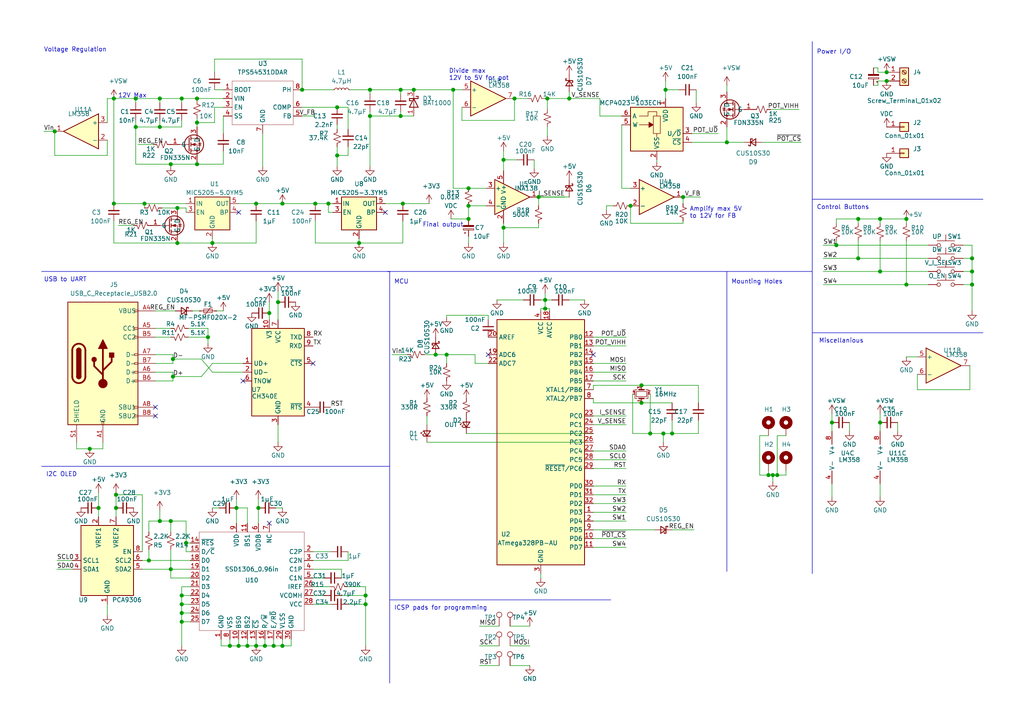
<source format=kicad_sch>
(kicad_sch (version 20200828) (generator eeschema)
  (page 1 1)
  (paper "A4")
  (title_block (title "Benchtop Power Supply") (date "2020-08-29") (rev "0.3") (company "adsehgal") (comment 1 "Aditya Sehgal"))
  (junction (at 15.875 38.1) (diameter 1.016))
  (junction (at 26.035 130.175) (diameter 1.016))
  (junction (at 28.575 147.32) (diameter 1.016))
  (junction (at 33.02 28.575) (diameter 1.016))
  (junction (at 33.02 59.055) (diameter 1.016))
  (junction (at 33.655 143.51) (diameter 1.016))
  (junction (at 33.655 147.32) (diameter 1.016))
  (junction (at 39.37 28.575) (diameter 1.016))
  (junction (at 39.37 36.83) (diameter 1.016))
  (junction (at 41.91 59.055) (diameter 1.016))
  (junction (at 43.18 162.56) (diameter 1.016))
  (junction (at 46.355 28.575) (diameter 1.016))
  (junction (at 46.355 36.83) (diameter 1.016))
  (junction (at 46.355 151.13) (diameter 1.016))
  (junction (at 49.53 47.625) (diameter 1.016))
  (junction (at 49.53 151.13) (diameter 1.016))
  (junction (at 49.53 165.1) (diameter 1.016))
  (junction (at 50.165 104.14) (diameter 1.016))
  (junction (at 50.165 109.22) (diameter 1.016))
  (junction (at 51.435 60.325) (diameter 1.016))
  (junction (at 51.435 70.485) (diameter 1.016))
  (junction (at 52.705 28.575) (diameter 1.016))
  (junction (at 52.705 172.72) (diameter 1.016))
  (junction (at 52.705 175.26) (diameter 1.016))
  (junction (at 52.705 177.8) (diameter 1.016))
  (junction (at 52.705 180.34) (diameter 1.016))
  (junction (at 53.975 157.48) (diameter 1.016))
  (junction (at 57.15 28.575) (diameter 1.016))
  (junction (at 57.15 35.56) (diameter 1.016))
  (junction (at 57.15 47.625) (diameter 1.016))
  (junction (at 60.325 97.79) (diameter 1.016))
  (junction (at 61.595 70.485) (diameter 1.016))
  (junction (at 66.675 187.325) (diameter 1.016))
  (junction (at 68.58 147.32) (diameter 1.016))
  (junction (at 69.215 187.325) (diameter 1.016))
  (junction (at 71.755 187.325) (diameter 1.016))
  (junction (at 74.295 59.055) (diameter 1.016))
  (junction (at 74.295 187.325) (diameter 1.016))
  (junction (at 74.93 147.32) (diameter 1.016))
  (junction (at 76.835 187.325) (diameter 1.016))
  (junction (at 78.105 90.805) (diameter 1.016))
  (junction (at 79.375 187.325) (diameter 1.016))
  (junction (at 80.645 87.63) (diameter 1.016))
  (junction (at 81.915 59.055) (diameter 1.016))
  (junction (at 81.915 187.325) (diameter 1.016))
  (junction (at 87.63 26.035) (diameter 1.016))
  (junction (at 91.44 59.055) (diameter 1.016))
  (junction (at 95.25 59.055) (diameter 1.016))
  (junction (at 97.79 31.115) (diameter 1.016))
  (junction (at 97.79 45.085) (diameter 1.016))
  (junction (at 104.14 70.485) (diameter 1.016))
  (junction (at 106.045 172.72) (diameter 1.016))
  (junction (at 106.045 175.26) (diameter 1.016))
  (junction (at 107.315 26.035) (diameter 1.016))
  (junction (at 107.315 33.655) (diameter 1.016))
  (junction (at 116.205 26.035) (diameter 1.016))
  (junction (at 116.205 33.655) (diameter 1.016))
  (junction (at 116.84 59.055) (diameter 1.016))
  (junction (at 120.015 26.035) (diameter 1.016))
  (junction (at 126.365 102.87) (diameter 1.016))
  (junction (at 129.54 102.87) (diameter 1.016))
  (junction (at 131.445 26.035) (diameter 1.016))
  (junction (at 135.89 54.61) (diameter 1.016))
  (junction (at 135.89 59.69) (diameter 1.016))
  (junction (at 135.89 63.5) (diameter 1.016))
  (junction (at 146.05 46.355) (diameter 1.016))
  (junction (at 146.05 66.04) (diameter 1.016))
  (junction (at 149.225 28.575) (diameter 1.016))
  (junction (at 156.21 57.15) (diameter 1.016))
  (junction (at 158.115 86.995) (diameter 1.016))
  (junction (at 158.115 89.535) (diameter 1.016))
  (junction (at 158.75 28.575) (diameter 1.016))
  (junction (at 165.1 28.575) (diameter 1.016))
  (junction (at 182.88 59.69) (diameter 1.016))
  (junction (at 186.055 111.76) (diameter 1.016))
  (junction (at 186.055 116.84) (diameter 1.016))
  (junction (at 188.595 125.73) (diameter 1.016))
  (junction (at 192.405 125.73) (diameter 1.016))
  (junction (at 193.04 26.035) (diameter 1.016))
  (junction (at 194.945 125.73) (diameter 1.016))
  (junction (at 198.12 57.15) (diameter 1.016))
  (junction (at 210.82 41.275) (diameter 1.016))
  (junction (at 222.885 137.795) (diameter 1.016))
  (junction (at 224.155 137.795) (diameter 1.016))
  (junction (at 225.425 137.795) (diameter 1.016))
  (junction (at 241.3 122.555) (diameter 1.016))
  (junction (at 242.57 71.12) (diameter 1.016))
  (junction (at 248.92 63.5) (diameter 1.016))
  (junction (at 248.92 74.93) (diameter 1.016))
  (junction (at 255.27 63.5) (diameter 1.016))
  (junction (at 255.27 78.74) (diameter 1.016))
  (junction (at 255.27 122.555) (diameter 1.016))
  (junction (at 257.175 20.955) (diameter 1.016))
  (junction (at 257.175 23.495) (diameter 1.016))
  (junction (at 262.89 63.5) (diameter 1.016))
  (junction (at 262.89 82.55) (diameter 1.016))
  (junction (at 281.94 74.93) (diameter 1.016))
  (junction (at 281.94 78.74) (diameter 1.016))
  (junction (at 281.94 82.55) (diameter 1.016))
  (no_connect (at 141.605 102.87))
  (no_connect (at 45.085 120.65))
  (no_connect (at 45.085 118.11))
  (no_connect (at 70.485 110.49))
  (no_connect (at 111.76 61.595))
  (no_connect (at 69.215 61.595))
  (no_connect (at 78.105 151.765))
  (no_connect (at 172.085 102.87))
  (no_connect (at 90.805 105.41))
  (wire (pts (xy 12.7 38.1) (xy 15.875 38.1)))
  (wire (pts (xy 15.875 45.085) (xy 15.875 38.1)))
  (wire (pts (xy 16.51 162.56) (xy 20.955 162.56)))
  (wire (pts (xy 16.51 165.1) (xy 20.955 165.1)))
  (wire (pts (xy 22.225 128.27) (xy 22.225 130.175)))
  (wire (pts (xy 26.035 130.175) (xy 22.225 130.175)))
  (wire (pts (xy 26.035 130.175) (xy 29.845 130.175)))
  (wire (pts (xy 28.575 142.875) (xy 28.575 147.32)))
  (wire (pts (xy 28.575 147.32) (xy 28.575 149.86)))
  (wire (pts (xy 29.845 130.175) (xy 29.845 128.27)))
  (wire (pts (xy 31.115 28.575) (xy 33.02 28.575)))
  (wire (pts (xy 31.115 35.56) (xy 31.115 28.575)))
  (wire (pts (xy 31.115 40.64) (xy 31.115 45.085)))
  (wire (pts (xy 31.115 45.085) (xy 15.875 45.085)))
  (wire (pts (xy 31.115 178.435) (xy 31.115 175.26)))
  (wire (pts (xy 33.02 28.575) (xy 39.37 28.575)))
  (wire (pts (xy 33.02 59.055) (xy 33.02 28.575)))
  (wire (pts (xy 33.02 59.055) (xy 41.91 59.055)))
  (wire (pts (xy 33.02 64.135) (xy 33.02 70.485)))
  (wire (pts (xy 33.02 70.485) (xy 51.435 70.485)))
  (wire (pts (xy 33.655 142.875) (xy 33.655 143.51)))
  (wire (pts (xy 33.655 143.51) (xy 33.655 147.32)))
  (wire (pts (xy 33.655 147.32) (xy 33.655 149.86)))
  (wire (pts (xy 34.29 65.405) (xy 38.735 65.405)))
  (wire (pts (xy 39.37 28.575) (xy 39.37 29.845)))
  (wire (pts (xy 39.37 28.575) (xy 46.355 28.575)))
  (wire (pts (xy 39.37 34.925) (xy 39.37 36.83)))
  (wire (pts (xy 39.37 36.83) (xy 39.37 47.625)))
  (wire (pts (xy 39.37 36.83) (xy 46.355 36.83)))
  (wire (pts (xy 39.37 47.625) (xy 49.53 47.625)))
  (wire (pts (xy 40.005 41.91) (xy 44.45 41.91)))
  (wire (pts (xy 41.275 143.51) (xy 33.655 143.51)))
  (wire (pts (xy 41.275 160.02) (xy 41.275 143.51)))
  (wire (pts (xy 41.275 162.56) (xy 43.18 162.56)))
  (wire (pts (xy 41.275 165.1) (xy 49.53 165.1)))
  (wire (pts (xy 41.91 59.055) (xy 41.91 60.325)))
  (wire (pts (xy 41.91 59.055) (xy 53.975 59.055)))
  (wire (pts (xy 43.18 151.13) (xy 43.18 154.305)))
  (wire (pts (xy 43.18 159.385) (xy 43.18 162.56)))
  (wire (pts (xy 43.18 162.56) (xy 55.245 162.56)))
  (wire (pts (xy 45.085 97.79) (xy 49.53 97.79)))
  (wire (pts (xy 45.085 102.87) (xy 50.165 102.87)))
  (wire (pts (xy 45.085 107.95) (xy 50.165 107.95)))
  (wire (pts (xy 46.355 28.575) (xy 46.355 29.845)))
  (wire (pts (xy 46.355 28.575) (xy 52.705 28.575)))
  (wire (pts (xy 46.355 34.925) (xy 46.355 36.83)))
  (wire (pts (xy 46.355 36.83) (xy 52.705 36.83)))
  (wire (pts (xy 46.355 147.955) (xy 46.355 151.13)))
  (wire (pts (xy 46.355 151.13) (xy 43.18 151.13)))
  (wire (pts (xy 46.99 60.325) (xy 51.435 60.325)))
  (wire (pts (xy 49.53 47.625) (xy 49.53 48.26)))
  (wire (pts (xy 49.53 47.625) (xy 57.15 47.625)))
  (wire (pts (xy 49.53 95.25) (xy 45.085 95.25)))
  (wire (pts (xy 49.53 151.13) (xy 46.355 151.13)))
  (wire (pts (xy 49.53 154.305) (xy 49.53 151.13)))
  (wire (pts (xy 49.53 159.385) (xy 49.53 165.1)))
  (wire (pts (xy 49.53 165.1) (xy 55.245 165.1)))
  (wire (pts (xy 49.53 167.64) (xy 49.53 165.1)))
  (wire (pts (xy 50.165 102.87) (xy 50.165 104.14)))
  (wire (pts (xy 50.165 104.14) (xy 50.165 105.41)))
  (wire (pts (xy 50.165 104.14) (xy 58.42 104.14)))
  (wire (pts (xy 50.165 105.41) (xy 45.085 105.41)))
  (wire (pts (xy 50.165 107.95) (xy 50.165 109.22)))
  (wire (pts (xy 50.165 109.22) (xy 50.165 110.49)))
  (wire (pts (xy 50.165 110.49) (xy 45.085 110.49)))
  (wire (pts (xy 50.8 90.17) (xy 45.085 90.17)))
  (wire (pts (xy 51.435 70.485) (xy 61.595 70.485)))
  (wire (pts (xy 52.705 28.575) (xy 52.705 29.845)))
  (wire (pts (xy 52.705 28.575) (xy 57.15 28.575)))
  (wire (pts (xy 52.705 36.83) (xy 52.705 34.925)))
  (wire (pts (xy 52.705 170.18) (xy 52.705 172.72)))
  (wire (pts (xy 52.705 172.72) (xy 52.705 175.26)))
  (wire (pts (xy 52.705 172.72) (xy 55.245 172.72)))
  (wire (pts (xy 52.705 175.26) (xy 52.705 177.8)))
  (wire (pts (xy 52.705 175.26) (xy 55.245 175.26)))
  (wire (pts (xy 52.705 177.8) (xy 52.705 180.34)))
  (wire (pts (xy 52.705 177.8) (xy 55.245 177.8)))
  (wire (pts (xy 52.705 180.34) (xy 52.705 187.325)))
  (wire (pts (xy 52.705 180.34) (xy 55.245 180.34)))
  (wire (pts (xy 53.975 60.325) (xy 51.435 60.325)))
  (wire (pts (xy 53.975 61.595) (xy 53.975 60.325)))
  (wire (pts (xy 53.975 151.13) (xy 49.53 151.13)))
  (wire (pts (xy 53.975 157.48) (xy 53.975 151.13)))
  (wire (pts (xy 53.975 157.48) (xy 53.975 160.02)))
  (wire (pts (xy 54.61 95.25) (xy 60.325 95.25)))
  (wire (pts (xy 55.245 157.48) (xy 53.975 157.48)))
  (wire (pts (xy 55.245 160.02) (xy 53.975 160.02)))
  (wire (pts (xy 55.245 167.64) (xy 49.53 167.64)))
  (wire (pts (xy 55.245 170.18) (xy 52.705 170.18)))
  (wire (pts (xy 55.88 90.17) (xy 57.785 90.17)))
  (wire (pts (xy 57.15 28.575) (xy 57.15 29.21)))
  (wire (pts (xy 57.15 28.575) (xy 64.77 28.575)))
  (wire (pts (xy 57.15 34.29) (xy 57.15 35.56)))
  (wire (pts (xy 57.15 35.56) (xy 57.15 36.83)))
  (wire (pts (xy 57.15 35.56) (xy 62.23 35.56)))
  (wire (pts (xy 57.15 46.99) (xy 57.15 47.625)))
  (wire (pts (xy 57.15 47.625) (xy 64.77 47.625)))
  (wire (pts (xy 58.42 104.14) (xy 61.595 107.95)))
  (wire (pts (xy 58.42 109.22) (xy 50.165 109.22)))
  (wire (pts (xy 60.325 95.25) (xy 60.325 97.79)))
  (wire (pts (xy 60.325 97.79) (xy 54.61 97.79)))
  (wire (pts (xy 60.325 97.79) (xy 60.325 99.695)))
  (wire (pts (xy 61.595 69.215) (xy 61.595 70.485)))
  (wire (pts (xy 61.595 70.485) (xy 74.295 70.485)))
  (wire (pts (xy 61.595 105.41) (xy 58.42 109.22)))
  (wire (pts (xy 61.595 107.95) (xy 70.485 107.95)))
  (wire (pts (xy 61.595 147.32) (xy 63.5 147.32)))
  (wire (pts (xy 62.23 17.145) (xy 87.63 17.145)))
  (wire (pts (xy 62.23 20.955) (xy 62.23 17.145)))
  (wire (pts (xy 62.23 26.035) (xy 64.77 26.035)))
  (wire (pts (xy 62.23 31.115) (xy 64.77 31.115)))
  (wire (pts (xy 62.23 35.56) (xy 62.23 31.115)))
  (wire (pts (xy 62.865 90.17) (xy 64.77 90.17)))
  (wire (pts (xy 64.135 185.42) (xy 64.135 187.325)))
  (wire (pts (xy 64.135 187.325) (xy 66.675 187.325)))
  (wire (pts (xy 64.77 33.655) (xy 64.77 38.735)))
  (wire (pts (xy 64.77 43.815) (xy 64.77 47.625)))
  (wire (pts (xy 66.675 185.42) (xy 66.675 187.325)))
  (wire (pts (xy 66.675 187.325) (xy 69.215 187.325)))
  (wire (pts (xy 68.58 144.78) (xy 68.58 147.32)))
  (wire (pts (xy 68.58 147.32) (xy 68.58 151.765)))
  (wire (pts (xy 69.215 59.055) (xy 74.295 59.055)))
  (wire (pts (xy 69.215 185.42) (xy 69.215 187.325)))
  (wire (pts (xy 69.215 187.325) (xy 71.755 187.325)))
  (wire (pts (xy 70.485 105.41) (xy 61.595 105.41)))
  (wire (pts (xy 71.755 147.32) (xy 68.58 147.32)))
  (wire (pts (xy 71.755 151.765) (xy 71.755 147.32)))
  (wire (pts (xy 71.755 185.42) (xy 71.755 187.325)))
  (wire (pts (xy 71.755 187.325) (xy 74.295 187.325)))
  (wire (pts (xy 74.295 59.055) (xy 81.915 59.055)))
  (wire (pts (xy 74.295 70.485) (xy 74.295 64.135)))
  (wire (pts (xy 74.295 185.42) (xy 74.295 187.325)))
  (wire (pts (xy 74.295 187.325) (xy 76.835 187.325)))
  (wire (pts (xy 74.93 144.78) (xy 74.93 147.32)))
  (wire (pts (xy 74.93 147.32) (xy 74.93 151.765)))
  (wire (pts (xy 76.2 38.735) (xy 76.2 48.26)))
  (wire (pts (xy 76.835 185.42) (xy 76.835 187.325)))
  (wire (pts (xy 76.835 187.325) (xy 79.375 187.325)))
  (wire (pts (xy 78.105 87.63) (xy 78.105 90.805)))
  (wire (pts (xy 78.105 90.805) (xy 78.105 92.71)))
  (wire (pts (xy 79.375 185.42) (xy 79.375 187.325)))
  (wire (pts (xy 79.375 187.325) (xy 81.915 187.325)))
  (wire (pts (xy 80.645 84.455) (xy 80.645 87.63)))
  (wire (pts (xy 80.645 87.63) (xy 80.645 92.71)))
  (wire (pts (xy 80.645 128.27) (xy 80.645 123.19)))
  (wire (pts (xy 81.915 147.32) (xy 80.01 147.32)))
  (wire (pts (xy 81.915 185.42) (xy 81.915 187.325)))
  (wire (pts (xy 81.915 187.325) (xy 84.455 187.325)))
  (wire (pts (xy 84.455 185.42) (xy 84.455 187.325)))
  (wire (pts (xy 87.63 17.145) (xy 87.63 26.035)))
  (wire (pts (xy 87.63 26.035) (xy 96.52 26.035)))
  (wire (pts (xy 87.63 31.115) (xy 97.79 31.115)))
  (wire (pts (xy 87.63 33.655) (xy 91.44 33.655)))
  (wire (pts (xy 90.805 162.56) (xy 100.965 162.56)))
  (wire (pts (xy 90.805 165.1) (xy 99.06 165.1)))
  (wire (pts (xy 90.805 170.18) (xy 95.885 170.18)))
  (wire (pts (xy 90.805 175.26) (xy 95.885 175.26)))
  (wire (pts (xy 91.44 59.055) (xy 81.915 59.055)))
  (wire (pts (xy 91.44 59.055) (xy 95.25 59.055)))
  (wire (pts (xy 91.44 64.135) (xy 91.44 70.485)))
  (wire (pts (xy 91.44 70.485) (xy 104.14 70.485)))
  (wire (pts (xy 93.98 167.64) (xy 90.805 167.64)))
  (wire (pts (xy 93.98 172.72) (xy 90.805 172.72)))
  (wire (pts (xy 95.25 59.055) (xy 96.52 59.055)))
  (wire (pts (xy 95.25 61.595) (xy 95.25 59.055)))
  (wire (pts (xy 95.885 160.02) (xy 90.805 160.02)))
  (wire (pts (xy 96.52 61.595) (xy 95.25 61.595)))
  (wire (pts (xy 97.79 36.195) (xy 97.79 37.465)))
  (wire (pts (xy 97.79 45.085) (xy 97.79 42.545)))
  (wire (pts (xy 97.79 45.085) (xy 97.79 48.26)))
  (wire (pts (xy 99.06 165.1) (xy 99.06 167.64)))
  (wire (pts (xy 99.06 172.72) (xy 106.045 172.72)))
  (wire (pts (xy 100.965 31.115) (xy 97.79 31.115)))
  (wire (pts (xy 100.965 37.465) (xy 100.965 31.115)))
  (wire (pts (xy 100.965 42.545) (xy 100.965 45.085)))
  (wire (pts (xy 100.965 45.085) (xy 97.79 45.085)))
  (wire (pts (xy 100.965 162.56) (xy 100.965 160.02)))
  (wire (pts (xy 100.965 170.18) (xy 106.045 170.18)))
  (wire (pts (xy 100.965 175.26) (xy 106.045 175.26)))
  (wire (pts (xy 101.6 26.035) (xy 107.315 26.035)))
  (wire (pts (xy 104.14 69.215) (xy 104.14 70.485)))
  (wire (pts (xy 104.14 70.485) (xy 116.84 70.485)))
  (wire (pts (xy 106.045 170.18) (xy 106.045 172.72)))
  (wire (pts (xy 106.045 172.72) (xy 106.045 175.26)))
  (wire (pts (xy 106.045 175.26) (xy 106.045 187.325)))
  (wire (pts (xy 107.315 26.035) (xy 107.315 27.305)))
  (wire (pts (xy 107.315 26.035) (xy 116.205 26.035)))
  (wire (pts (xy 107.315 32.385) (xy 107.315 33.655)))
  (wire (pts (xy 107.315 33.655) (xy 107.315 48.26)))
  (wire (pts (xy 111.76 59.055) (xy 116.84 59.055)))
  (wire (pts (xy 113.665 102.87) (xy 118.11 102.87)))
  (wire (pts (xy 116.205 26.035) (xy 116.205 27.305)))
  (wire (pts (xy 116.205 26.035) (xy 120.015 26.035)))
  (wire (pts (xy 116.205 32.385) (xy 116.205 33.655)))
  (wire (pts (xy 116.205 33.655) (xy 107.315 33.655)))
  (wire (pts (xy 116.205 33.655) (xy 120.015 33.655)))
  (wire (pts (xy 116.84 59.055) (xy 124.46 59.055)))
  (wire (pts (xy 116.84 70.485) (xy 116.84 64.135)))
  (wire (pts (xy 120.015 26.035) (xy 131.445 26.035)))
  (wire (pts (xy 123.19 102.87) (xy 126.365 102.87)))
  (wire (pts (xy 123.825 120.65) (xy 123.825 123.19)))
  (wire (pts (xy 123.825 128.27) (xy 172.085 128.27)))
  (wire (pts (xy 126.365 102.87) (xy 129.54 102.87)))
  (wire (pts (xy 129.54 91.44) (xy 141.605 91.44)))
  (wire (pts (xy 129.54 92.075) (xy 129.54 91.44)))
  (wire (pts (xy 129.54 102.87) (xy 129.54 105.41)))
  (wire (pts (xy 129.54 102.87) (xy 137.795 102.87)))
  (wire (pts (xy 130.81 63.5) (xy 135.89 63.5)))
  (wire (pts (xy 131.445 26.035) (xy 131.445 54.61)))
  (wire (pts (xy 131.445 26.035) (xy 133.985 26.035)))
  (wire (pts (xy 131.445 54.61) (xy 135.89 54.61)))
  (wire (pts (xy 133.985 31.115) (xy 133.985 34.925)))
  (wire (pts (xy 133.985 34.925) (xy 149.225 34.925)))
  (wire (pts (xy 135.255 125.73) (xy 172.085 125.73)))
  (wire (pts (xy 135.89 54.61) (xy 140.97 54.61)))
  (wire (pts (xy 135.89 59.69) (xy 135.89 63.5)))
  (wire (pts (xy 135.89 59.69) (xy 140.97 59.69)))
  (wire (pts (xy 135.89 70.485) (xy 135.89 68.58)))
  (wire (pts (xy 137.795 102.87) (xy 137.795 105.41)))
  (wire (pts (xy 137.795 105.41) (xy 141.605 105.41)))
  (wire (pts (xy 139.065 181.61) (xy 144.78 181.61)))
  (wire (pts (xy 139.065 187.325) (xy 144.78 187.325)))
  (wire (pts (xy 139.065 193.04) (xy 144.78 193.04)))
  (wire (pts (xy 141.605 91.44) (xy 141.605 92.71)))
  (wire (pts (xy 144.145 86.995) (xy 151.765 86.995)))
  (wire (pts (xy 146.05 43.815) (xy 146.05 46.355)))
  (wire (pts (xy 146.05 46.355) (xy 146.05 49.53)))
  (wire (pts (xy 146.05 46.355) (xy 149.86 46.355)))
  (wire (pts (xy 146.05 66.04) (xy 146.05 64.77)))
  (wire (pts (xy 146.05 66.04) (xy 156.21 66.04)))
  (wire (pts (xy 146.05 70.485) (xy 146.05 66.04)))
  (wire (pts (xy 147.955 181.61) (xy 153.67 181.61)))
  (wire (pts (xy 147.955 187.325) (xy 153.67 187.325)))
  (wire (pts (xy 147.955 193.04) (xy 153.67 193.04)))
  (wire (pts (xy 149.225 28.575) (xy 151.13 28.575)))
  (wire (pts (xy 149.225 34.925) (xy 149.225 28.575)))
  (wire (pts (xy 151.13 28.575) (xy 153.035 28.575)))
  (wire (pts (xy 154.94 46.355) (xy 154.94 48.895)))
  (wire (pts (xy 156.21 57.15) (xy 156.21 59.69)))
  (wire (pts (xy 156.21 57.15) (xy 163.83 57.15)))
  (wire (pts (xy 156.21 57.15) (xy 165.1 57.15)))
  (wire (pts (xy 156.21 64.77) (xy 156.21 66.04)))
  (wire (pts (xy 156.845 89.535) (xy 158.115 89.535)))
  (wire (pts (xy 156.845 90.17) (xy 156.845 89.535)))
  (wire (pts (xy 156.845 167.64) (xy 156.845 166.37)))
  (wire (pts (xy 158.115 28.575) (xy 158.75 28.575)))
  (wire (pts (xy 158.115 85.09) (xy 158.115 86.995)))
  (wire (pts (xy 158.115 86.995) (xy 156.845 86.995)))
  (wire (pts (xy 158.115 86.995) (xy 158.115 89.535)))
  (wire (pts (xy 158.115 86.995) (xy 160.02 86.995)))
  (wire (pts (xy 158.115 89.535) (xy 159.385 89.535)))
  (wire (pts (xy 158.75 28.575) (xy 158.75 31.75)))
  (wire (pts (xy 158.75 28.575) (xy 165.1 28.575)))
  (wire (pts (xy 158.75 36.83) (xy 158.75 39.37)))
  (wire (pts (xy 159.385 89.535) (xy 159.385 90.17)))
  (wire (pts (xy 165.1 26.67) (xy 165.1 28.575)))
  (wire (pts (xy 165.1 28.575) (xy 173.99 28.575)))
  (wire (pts (xy 165.1 86.995) (xy 169.545 86.995)))
  (wire (pts (xy 172.085 97.79) (xy 181.61 97.79)))
  (wire (pts (xy 172.085 100.33) (xy 181.61 100.33)))
  (wire (pts (xy 172.085 105.41) (xy 181.61 105.41)))
  (wire (pts (xy 172.085 107.95) (xy 181.61 107.95)))
  (wire (pts (xy 172.085 110.49) (xy 181.61 110.49)))
  (wire (pts (xy 172.085 111.76) (xy 172.085 113.03)))
  (wire (pts (xy 172.085 111.76) (xy 186.055 111.76)))
  (wire (pts (xy 172.085 115.57) (xy 172.085 116.84)))
  (wire (pts (xy 172.085 116.84) (xy 186.055 116.84)))
  (wire (pts (xy 172.085 120.65) (xy 181.61 120.65)))
  (wire (pts (xy 172.085 123.19) (xy 181.61 123.19)))
  (wire (pts (xy 172.085 130.81) (xy 181.61 130.81)))
  (wire (pts (xy 172.085 133.35) (xy 181.61 133.35)))
  (wire (pts (xy 172.085 135.89) (xy 181.61 135.89)))
  (wire (pts (xy 172.085 140.97) (xy 181.61 140.97)))
  (wire (pts (xy 172.085 143.51) (xy 181.61 143.51)))
  (wire (pts (xy 172.085 146.05) (xy 181.61 146.05)))
  (wire (pts (xy 172.085 148.59) (xy 181.61 148.59)))
  (wire (pts (xy 172.085 151.13) (xy 181.61 151.13)))
  (wire (pts (xy 172.085 153.67) (xy 189.865 153.67)))
  (wire (pts (xy 172.085 156.21) (xy 181.61 156.21)))
  (wire (pts (xy 172.085 158.75) (xy 181.61 158.75)))
  (wire (pts (xy 173.99 28.575) (xy 173.99 33.655)))
  (wire (pts (xy 173.99 33.655) (xy 180.34 33.655)))
  (wire (pts (xy 175.895 59.69) (xy 175.895 60.96)))
  (wire (pts (xy 175.895 59.69) (xy 177.8 59.69)))
  (wire (pts (xy 180.34 54.61) (xy 180.34 36.195)))
  (wire (pts (xy 182.88 54.61) (xy 180.34 54.61)))
  (wire (pts (xy 182.88 64.77) (xy 182.88 59.69)))
  (wire (pts (xy 183.515 114.3) (xy 183.515 125.73)))
  (wire (pts (xy 183.515 125.73) (xy 188.595 125.73)))
  (wire (pts (xy 186.055 116.84) (xy 194.945 116.84)))
  (wire (pts (xy 188.595 114.3) (xy 188.595 125.73)))
  (wire (pts (xy 188.595 125.73) (xy 192.405 125.73)))
  (wire (pts (xy 190.5 46.355) (xy 190.5 46.99)))
  (wire (pts (xy 192.405 125.73) (xy 192.405 128.27)))
  (wire (pts (xy 192.405 125.73) (xy 194.945 125.73)))
  (wire (pts (xy 193.04 23.495) (xy 193.04 26.035)))
  (wire (pts (xy 193.04 26.035) (xy 193.04 28.575)))
  (wire (pts (xy 193.04 26.035) (xy 196.85 26.035)))
  (wire (pts (xy 194.945 121.92) (xy 194.945 125.73)))
  (wire (pts (xy 194.945 125.73) (xy 202.565 125.73)))
  (wire (pts (xy 194.945 153.67) (xy 201.295 153.67)))
  (wire (pts (xy 198.12 57.15) (xy 198.12 59.055)))
  (wire (pts (xy 198.12 57.15) (xy 203.2 57.15)))
  (wire (pts (xy 198.12 64.135) (xy 198.12 64.77)))
  (wire (pts (xy 198.12 64.77) (xy 182.88 64.77)))
  (wire (pts (xy 200.66 38.735) (xy 208.28 38.735)))
  (wire (pts (xy 200.66 41.275) (xy 210.82 41.275)))
  (wire (pts (xy 201.93 26.035) (xy 201.93 29.845)))
  (wire (pts (xy 202.565 111.76) (xy 186.055 111.76)))
  (wire (pts (xy 202.565 116.84) (xy 202.565 111.76)))
  (wire (pts (xy 202.565 125.73) (xy 202.565 121.92)))
  (wire (pts (xy 210.82 24.765) (xy 210.82 26.67)))
  (wire (pts (xy 210.82 36.83) (xy 210.82 41.275)))
  (wire (pts (xy 210.82 41.275) (xy 215.9 41.275)))
  (wire (pts (xy 220.345 126.365) (xy 220.345 137.795)))
  (wire (pts (xy 220.345 137.795) (xy 222.885 137.795)))
  (wire (pts (xy 220.98 41.275) (xy 232.41 41.275)))
  (wire (pts (xy 222.885 126.365) (xy 220.345 126.365)))
  (wire (pts (xy 222.885 136.525) (xy 222.885 137.795)))
  (wire (pts (xy 222.885 137.795) (xy 224.155 137.795)))
  (wire (pts (xy 223.52 31.75) (xy 231.775 31.75)))
  (wire (pts (xy 224.155 137.795) (xy 224.155 139.7)))
  (wire (pts (xy 224.155 137.795) (xy 225.425 137.795)))
  (wire (pts (xy 225.425 126.365) (xy 225.425 137.795)))
  (wire (pts (xy 225.425 137.795) (xy 227.965 137.795)))
  (wire (pts (xy 227.965 126.365) (xy 225.425 126.365)))
  (wire (pts (xy 227.965 137.795) (xy 227.965 136.525)))
  (wire (pts (xy 238.76 71.12) (xy 242.57 71.12)))
  (wire (pts (xy 238.76 74.93) (xy 248.92 74.93)))
  (wire (pts (xy 238.76 78.74) (xy 255.27 78.74)))
  (wire (pts (xy 238.76 82.55) (xy 262.89 82.55)))
  (wire (pts (xy 241.3 120.015) (xy 241.3 122.555)))
  (wire (pts (xy 241.3 122.555) (xy 241.3 125.095)))
  (wire (pts (xy 241.3 144.145) (xy 241.3 140.335)))
  (wire (pts (xy 242.57 63.5) (xy 248.92 63.5)))
  (wire (pts (xy 242.57 64.77) (xy 242.57 63.5)))
  (wire (pts (xy 242.57 69.85) (xy 242.57 71.12)))
  (wire (pts (xy 242.57 71.12) (xy 269.24 71.12)))
  (wire (pts (xy 246.38 122.555) (xy 246.38 125.095)))
  (wire (pts (xy 248.92 63.5) (xy 248.92 64.77)))
  (wire (pts (xy 248.92 63.5) (xy 255.27 63.5)))
  (wire (pts (xy 248.92 69.85) (xy 248.92 74.93)))
  (wire (pts (xy 253.365 19.685) (xy 254.635 19.685)))
  (wire (pts (xy 253.365 24.765) (xy 254.635 24.765)))
  (wire (pts (xy 254.635 19.685) (xy 254.635 20.955)))
  (wire (pts (xy 254.635 20.955) (xy 257.175 20.955)))
  (wire (pts (xy 254.635 23.495) (xy 257.175 23.495)))
  (wire (pts (xy 254.635 24.765) (xy 254.635 23.495)))
  (wire (pts (xy 255.27 63.5) (xy 255.27 64.77)))
  (wire (pts (xy 255.27 63.5) (xy 262.89 63.5)))
  (wire (pts (xy 255.27 69.85) (xy 255.27 78.74)))
  (wire (pts (xy 255.27 78.74) (xy 269.24 78.74)))
  (wire (pts (xy 255.27 120.015) (xy 255.27 122.555)))
  (wire (pts (xy 255.27 122.555) (xy 255.27 125.095)))
  (wire (pts (xy 255.27 140.335) (xy 255.27 144.145)))
  (wire (pts (xy 260.35 122.555) (xy 260.35 125.095)))
  (wire (pts (xy 262.89 63.5) (xy 262.89 64.77)))
  (wire (pts (xy 262.89 69.85) (xy 262.89 82.55)))
  (wire (pts (xy 262.89 82.55) (xy 269.24 82.55)))
  (wire (pts (xy 262.89 103.505) (xy 266.065 103.505)))
  (wire (pts (xy 266.065 113.03) (xy 266.065 108.585)))
  (wire (pts (xy 269.24 74.93) (xy 248.92 74.93)))
  (wire (pts (xy 279.4 71.12) (xy 281.94 71.12)))
  (wire (pts (xy 279.4 74.93) (xy 281.94 74.93)))
  (wire (pts (xy 279.4 78.74) (xy 281.94 78.74)))
  (wire (pts (xy 281.305 106.045) (xy 281.305 113.03)))
  (wire (pts (xy 281.305 113.03) (xy 266.065 113.03)))
  (wire (pts (xy 281.94 71.12) (xy 281.94 74.93)))
  (wire (pts (xy 281.94 74.93) (xy 281.94 78.74)))
  (wire (pts (xy 281.94 78.74) (xy 281.94 82.55)))
  (wire (pts (xy 281.94 82.55) (xy 279.4 82.55)))
  (wire (pts (xy 281.94 82.55) (xy 281.94 90.17)))
  (polyline (pts (xy 12.065 78.74) (xy 113.03 78.74)) (stroke (width 0) (type solid)))
  (polyline (pts (xy 112.395 78.74) (xy 235.585 78.74)) (stroke (width 0) (type solid)))
  (polyline (pts (xy 113.03 78.74) (xy 113.03 134.62)) (stroke (width 0) (type solid)))
  (polyline (pts (xy 113.03 134.62) (xy 113.03 198.12)) (stroke (width 0) (type solid)))
  (polyline (pts (xy 113.03 135.255) (xy 12.065 135.255)) (stroke (width 0) (type solid)))
  (polyline (pts (xy 113.03 173.99) (xy 177.165 173.99)) (stroke (width 0) (type solid)))
  (polyline (pts (xy 210.82 78.74) (xy 210.82 165.735)) (stroke (width 0) (type solid)))
  (polyline (pts (xy 235.585 12.065) (xy 235.585 57.785)) (stroke (width 0) (type solid)))
  (polyline (pts (xy 235.585 57.785) (xy 285.115 57.785)) (stroke (width 0) (type solid)))
  (polyline (pts (xy 235.585 78.74) (xy 235.585 57.785)) (stroke (width 0) (type solid)))
  (polyline (pts (xy 235.585 78.74) (xy 235.585 96.52)) (stroke (width 0) (type solid)))
  (polyline (pts (xy 235.585 96.52) (xy 235.585 166.37)) (stroke (width 0) (type solid)))
  (polyline (pts (xy 235.585 96.52) (xy 285.115 96.52)) (stroke (width 0) (type solid)))
  (text "Voltage Regulation" (at 12.7 15.24 0) (effects (font (size 1.27 1.27)) (justify left bottom)))
  (text "USB to UART" (at 12.7 81.915 0) (effects (font (size 1.27 1.27)) (justify left bottom)))
  (text "I2C OLED" (at 13.335 138.43 0) (effects (font (size 1.27 1.27)) (justify left bottom)))
  (text "12V Max" (at 42.545 28.575 180) (effects (font (size 1.27 1.27)) (justify right bottom)))
  (text "MCU" (at 114.3 82.55 0) (effects (font (size 1.27 1.27)) (justify left bottom)))
  (text "ICSP pads for programming" (at 114.3 177.165 0) (effects (font (size 1.27 1.27)) (justify left bottom)))
  (text "Final output" (at 122.555 66.04 0) (effects (font (size 1.27 1.27)) (justify left bottom)))
  (text "Divide max \n12V to 5V for pot" (at 130.175 23.495 0) (effects (font (size 1.27 1.27)) (justify left bottom)))
  (text "Amplify max 5V \nto 12V for FB" (at 200.025 63.5 0) (effects (font (size 1.27 1.27)) (justify left bottom)))
  (text "Mounting Holes" (at 212.09 82.55 0) (effects (font (size 1.27 1.27)) (justify left bottom)))
  (text "Power I/O" (at 236.855 15.875 0) (effects (font (size 1.27 1.27)) (justify left bottom)))
  (text "Control Buttons" (at 236.855 60.96 0) (effects (font (size 1.27 1.27)) (justify left bottom)))
  (text "Miscellanious" (at 237.49 99.695 0) (effects (font (size 1.27 1.27)) (justify left bottom)))
  (label "Vin" (at 12.7 38.1 0))
  (label "SCL0" (at 16.51 162.56 0))
  (label "SDA0" (at 16.51 165.1 0))
  (label "REG_EN" (at 34.29 65.405 0))
  (label "REG_EN" (at 40.005 41.91 0))
  (label "D-" (at 50.165 104.14 0))
  (label "D+" (at 50.165 109.22 0))
  (label "REG_EN" (at 50.8 90.17 180))
  (label "RX" (at 90.805 97.79 0))
  (label "TX" (at 90.805 100.33 0))
  (label "V_FB" (at 91.44 33.655 180))
  (label "RST" (at 95.885 118.11 0))
  (label "Vin" (at 113.665 102.87 0))
  (label "MISO" (at 139.065 181.61 0))
  (label "SCK" (at 139.065 187.325 0))
  (label "RST" (at 139.065 193.04 0))
  (label "MOSI" (at 153.67 187.325 180))
  (label "I_SENSE" (at 163.83 57.15 180))
  (label "V_SENSE" (at 173.99 28.575 180))
  (label "POT_U~D" (at 181.61 97.79 180))
  (label "POT_VIHH" (at 181.61 100.33 180))
  (label "MOSI" (at 181.61 105.41 180))
  (label "MISO" (at 181.61 107.95 180))
  (label "SCK" (at 181.61 110.49 180))
  (label "I_SENSE" (at 181.61 120.65 180))
  (label "V_SENSE" (at 181.61 123.19 180))
  (label "SDA0" (at 181.61 130.81 180))
  (label "SCL0" (at 181.61 133.35 180))
  (label "RST" (at 181.61 135.89 180))
  (label "RX" (at 181.61 140.97 180))
  (label "TX" (at 181.61 143.51 180))
  (label "SW3" (at 181.61 146.05 180))
  (label "SW2" (at 181.61 148.59 180))
  (label "SW1" (at 181.61 151.13 180))
  (label "~POT_CS" (at 181.61 156.21 180))
  (label "SW4" (at 181.61 158.75 180))
  (label "REG_EN" (at 201.295 153.67 180))
  (label "V_FB" (at 203.2 57.15 180))
  (label "POT_U~D" (at 208.28 38.735 180))
  (label "POT_VIHH" (at 231.775 31.75 180))
  (label "~POT_CS" (at 232.41 41.275 180))
  (label "SW1" (at 238.76 71.12 0))
  (label "SW2" (at 238.76 74.93 0))
  (label "SW3" (at 238.76 78.74 0))
  (label "SW4" (at 238.76 82.55 0))
  (symbol (lib_id "Device:L_Small") (at 99.06 26.035 90) (unit 1)
    (property "Reference" "L1" (at 99.06 20.955 90))
    (property "Value" "4.7µH" (at 99.06 23.495 90))
    (property "Footprint" "Inductor_SMD:L_Bourns_SRR1260" (effects hide))
  )
  (symbol (lib_id "Connector:TestPoint") (at 144.78 181.61 0) (mirror y) (unit 1)
    (property "Reference" "TP1" (at 144.145 179.07 0) (effects (justify left)))
    (property "Value" "TestPoint" (effects hide))
    (property "Footprint" "TestPoint:TestPoint_Pad_D1.0mm" (effects hide))
  )
  (symbol (lib_id "Connector:TestPoint") (at 144.78 187.325 0) (mirror y) (unit 1)
    (property "Reference" "TP2" (at 144.145 184.785 0) (effects (justify left)))
    (property "Value" "TestPoint" (effects hide))
    (property "Footprint" "TestPoint:TestPoint_Pad_D1.0mm" (effects hide))
  )
  (symbol (lib_id "Connector:TestPoint") (at 144.78 193.04 0) (mirror y) (unit 1)
    (property "Reference" "TP3" (at 144.145 190.5 0) (effects (justify left)))
    (property "Value" "TestPoint" (effects hide))
    (property "Footprint" "TestPoint:TestPoint_Pad_D1.0mm" (effects hide))
  )
  (symbol (lib_id "Connector:TestPoint") (at 147.955 181.61 0) (unit 1)
    (property "Reference" "TP4" (at 148.59 179.07 0) (effects (justify left)))
    (property "Value" "TestPoint" (effects hide))
    (property "Footprint" "TestPoint:TestPoint_Pad_D1.0mm" (effects hide))
  )
  (symbol (lib_id "Connector:TestPoint") (at 147.955 187.325 0) (unit 1)
    (property "Reference" "TP5" (at 148.59 184.785 0) (effects (justify left)))
    (property "Value" "TestPoint" (effects hide))
    (property "Footprint" "TestPoint:TestPoint_Pad_D1.0mm" (effects hide))
  )
  (symbol (lib_id "Connector:TestPoint") (at 147.955 193.04 0) (unit 1)
    (property "Reference" "TP6" (at 148.59 190.5 0) (effects (justify left)))
    (property "Value" "TestPoint" (effects hide))
    (property "Footprint" "TestPoint:TestPoint_Pad_D1.0mm" (effects hide))
  )
  (symbol (lib_id "power:+5V") (at 28.575 142.875 0) (unit 1)
    (property "Reference" "#PWR0157" (effects hide))
    (property "Value" "+5V" (at 28.575 139.065 0))
  )
  (symbol (lib_id "power:+VSW") (at 33.02 28.575 0) (unit 1)
    (property "Reference" "#PWR0111" (effects hide))
    (property "Value" "+VSW" (at 34.29 23.495 0))
  )
  (symbol (lib_id "power:+3V3") (at 33.655 142.875 0) (unit 1)
    (property "Reference" "#PWR0158" (effects hide))
    (property "Value" "+3V3" (at 34.29 137.795 0))
  )
  (symbol (lib_id "power:+3V3") (at 46.355 147.955 0) (unit 1)
    (property "Reference" "#PWR0160" (effects hide))
    (property "Value" "+3V3" (at 46.99 142.875 0))
  )
  (symbol (lib_id "power:+5V") (at 64.77 90.17 0) (unit 1)
    (property "Reference" "#PWR0151" (effects hide))
    (property "Value" "+5V" (at 64.77 86.36 0))
  )
  (symbol (lib_id "power:+3V3") (at 68.58 144.78 0) (unit 1)
    (property "Reference" "#PWR0165" (effects hide))
    (property "Value" "+3V3" (at 69.215 139.7 0))
  )
  (symbol (lib_id "power:+3V3") (at 74.93 144.78 0) (unit 1)
    (property "Reference" "#PWR0164" (effects hide))
    (property "Value" "+3V3" (at 75.565 139.7 0))
  )
  (symbol (lib_id "power:+3V3") (at 78.105 87.63 0) (unit 1)
    (property "Reference" "#PWR0138" (effects hide))
    (property "Value" "+3V3" (at 77.47 83.82 0))
  )
  (symbol (lib_id "power:+5V") (at 80.645 84.455 0) (unit 1)
    (property "Reference" "#PWR0146" (effects hide))
    (property "Value" "+5V" (at 80.645 80.645 0))
  )
  (symbol (lib_id "power:+5V") (at 81.915 59.055 0) (unit 1)
    (property "Reference" "#PWR0112" (effects hide))
    (property "Value" "+5V" (at 81.915 55.245 0))
  )
  (symbol (lib_id "power:+5V") (at 123.825 115.57 0) (unit 1)
    (property "Reference" "#PWR0137" (effects hide))
    (property "Value" "+5V" (at 123.825 111.76 0))
  )
  (symbol (lib_id "power:+3V3") (at 124.46 59.055 0) (unit 1)
    (property "Reference" "#PWR0134" (effects hide))
    (property "Value" "+3V3" (at 125.095 53.975 0))
  )
  (symbol (lib_id "power:+5V") (at 126.365 97.79 0) (unit 1)
    (property "Reference" "#PWR0142" (effects hide))
    (property "Value" "+5V" (at 126.365 93.98 0))
  )
  (symbol (lib_id "power:VDC") (at 130.81 63.5 0) (mirror y) (unit 1)
    (property "Reference" "#PWR0133" (effects hide))
    (property "Value" "VDC" (at 130.81 59.69 0))
  )
  (symbol (lib_id "power:+5V") (at 135.255 115.57 0) (unit 1)
    (property "Reference" "#PWR0136" (effects hide))
    (property "Value" "+5V" (at 135.255 111.76 0))
  )
  (symbol (lib_id "power:+5V") (at 146.05 43.815 0) (unit 1)
    (property "Reference" "#PWR0125" (effects hide))
    (property "Value" "+5V" (at 146.05 40.005 0))
  )
  (symbol (lib_id "power:+5V") (at 153.67 181.61 0) (unit 1)
    (property "Reference" "#PWR0119" (effects hide))
    (property "Value" "+5V" (at 153.67 177.8 0))
  )
  (symbol (lib_id "power:+5V") (at 158.115 85.09 0) (unit 1)
    (property "Reference" "#PWR0110" (effects hide))
    (property "Value" "+5V" (at 158.115 81.28 0))
  )
  (symbol (lib_id "power:+5V") (at 165.1 21.59 0) (unit 1)
    (property "Reference" "#PWR0153" (effects hide))
    (property "Value" "+5V" (at 165.1 17.78 0))
  )
  (symbol (lib_id "power:+5V") (at 165.1 52.07 0) (mirror y) (unit 1)
    (property "Reference" "#PWR0152" (effects hide))
    (property "Value" "+5V" (at 165.1 48.26 0))
  )
  (symbol (lib_id "power:+5V") (at 193.04 23.495 0) (unit 1)
    (property "Reference" "#PWR0116" (effects hide))
    (property "Value" "+5V" (at 193.04 19.685 0))
  )
  (symbol (lib_id "power:+VSW") (at 210.82 24.765 0) (unit 1)
    (property "Reference" "#PWR0169" (effects hide))
    (property "Value" "+VSW" (at 212.09 19.685 0))
  )
  (symbol (lib_id "power:+VSW") (at 241.3 120.015 0) (unit 1)
    (property "Reference" "#PWR0108" (effects hide))
    (property "Value" "+VSW" (at 242.57 116.205 0))
  )
  (symbol (lib_id "power:+VSW") (at 255.27 120.015 0) (unit 1)
    (property "Reference" "#PWR0167" (effects hide))
    (property "Value" "+VSW" (at 256.54 116.205 0))
  )
  (symbol (lib_id "power:+VSW") (at 257.175 20.955 0) (unit 1)
    (property "Reference" "#PWR0128" (effects hide))
    (property "Value" "+VSW" (at 257.175 17.145 0))
  )
  (symbol (lib_id "power:VDC") (at 257.175 36.83 0) (unit 1)
    (property "Reference" "#PWR0129" (effects hide))
    (property "Value" "VDC" (at 257.175 33.02 0))
  )
  (symbol (lib_id "power:+5V") (at 262.89 63.5 0) (unit 1)
    (property "Reference" "#PWR0135" (effects hide))
    (property "Value" "+5V" (at 265.43 62.23 0))
  )
  (symbol (lib_id "power:GND") (at 23.495 147.32 0) (unit 1)
    (property "Reference" "#PWR0159" (effects hide))
    (property "Value" "GND" (at 23.495 151.13 0))
  )
  (symbol (lib_id "power:GND") (at 26.035 130.175 0) (unit 1)
    (property "Reference" "#PWR0147" (effects hide))
    (property "Value" "GND" (at 26.035 133.985 0))
  )
  (symbol (lib_id "power:GND") (at 31.115 178.435 0) (unit 1)
    (property "Reference" "#PWR0161" (effects hide))
    (property "Value" "GND" (at 31.115 182.245 0))
  )
  (symbol (lib_id "power:GND") (at 38.735 147.32 0) (unit 1)
    (property "Reference" "#PWR0162" (effects hide))
    (property "Value" "GND" (at 38.735 151.13 0))
  )
  (symbol (lib_id "power:GND") (at 49.53 48.26 0) (unit 1)
    (property "Reference" "#PWR0102" (effects hide))
    (property "Value" "GND" (at 49.53 52.07 0))
  )
  (symbol (lib_id "power:GND") (at 52.705 187.325 0) (unit 1)
    (property "Reference" "#PWR0155" (effects hide))
    (property "Value" "GND" (at 52.705 191.135 0))
  )
  (symbol (lib_id "power:GND") (at 60.325 99.695 0) (unit 1)
    (property "Reference" "#PWR0150" (effects hide))
    (property "Value" "GND" (at 60.325 103.505 0))
  )
  (symbol (lib_id "power:GND") (at 61.595 70.485 0) (unit 1)
    (property "Reference" "#PWR0106" (effects hide))
    (property "Value" "GND" (at 61.595 74.295 0))
  )
  (symbol (lib_id "power:GND") (at 61.595 147.32 0) (mirror y) (unit 1)
    (property "Reference" "#PWR0163" (effects hide))
    (property "Value" "GND" (at 61.595 151.13 0))
  )
  (symbol (lib_id "power:GND") (at 73.025 90.805 0) (unit 1)
    (property "Reference" "#PWR0149" (effects hide))
    (property "Value" "GND" (at 73.025 94.615 0))
  )
  (symbol (lib_id "power:GND") (at 74.295 187.325 0) (unit 1)
    (property "Reference" "#PWR0156" (effects hide))
    (property "Value" "GND" (at 74.295 191.135 0))
  )
  (symbol (lib_id "power:GND") (at 76.2 48.26 0) (unit 1)
    (property "Reference" "#PWR0101" (effects hide))
    (property "Value" "GND" (at 76.2 52.07 0))
  )
  (symbol (lib_id "power:GND") (at 80.645 128.27 0) (unit 1)
    (property "Reference" "#PWR0148" (effects hide))
    (property "Value" "GND" (at 80.645 132.08 0))
  )
  (symbol (lib_id "power:GND") (at 81.915 147.32 0) (unit 1)
    (property "Reference" "#PWR0166" (effects hide))
    (property "Value" "GND" (at 81.915 151.13 0))
  )
  (symbol (lib_id "power:GND") (at 85.725 87.63 0) (unit 1)
    (property "Reference" "#PWR0139" (effects hide))
    (property "Value" "GND" (at 85.725 91.44 0))
  )
  (symbol (lib_id "power:GND") (at 97.79 48.26 0) (unit 1)
    (property "Reference" "#PWR0122" (effects hide))
    (property "Value" "GND" (at 97.79 52.07 0))
  )
  (symbol (lib_id "power:GND") (at 104.14 70.485 0) (unit 1)
    (property "Reference" "#PWR0126" (effects hide))
    (property "Value" "GND" (at 104.14 74.295 0))
  )
  (symbol (lib_id "power:GND") (at 106.045 187.325 0) (unit 1)
    (property "Reference" "#PWR0154" (effects hide))
    (property "Value" "GND" (at 106.045 191.135 0))
  )
  (symbol (lib_id "power:GND") (at 107.315 48.26 0) (unit 1)
    (property "Reference" "#PWR0121" (effects hide))
    (property "Value" "GND" (at 107.315 52.07 0))
  )
  (symbol (lib_id "power:GND") (at 129.54 92.075 0) (unit 1)
    (property "Reference" "#PWR0104" (effects hide))
    (property "Value" "GND" (at 129.54 95.885 0))
  )
  (symbol (lib_id "power:GND") (at 129.54 110.49 0) (unit 1)
    (property "Reference" "#PWR0143" (effects hide))
    (property "Value" "GND" (at 129.54 114.3 0))
  )
  (symbol (lib_id "power:GND") (at 135.89 70.485 0) (mirror y) (unit 1)
    (property "Reference" "#PWR0141" (effects hide))
    (property "Value" "GND" (at 135.89 74.295 0))
  )
  (symbol (lib_id "power:GND") (at 144.145 86.995 0) (unit 1)
    (property "Reference" "#PWR0109" (effects hide))
    (property "Value" "GND" (at 144.145 90.805 0))
  )
  (symbol (lib_id "power:GND") (at 146.05 70.485 0) (unit 1)
    (property "Reference" "#PWR0127" (effects hide))
    (property "Value" "GND" (at 146.05 74.295 0))
  )
  (symbol (lib_id "power:GND") (at 153.67 193.04 0) (unit 1)
    (property "Reference" "#PWR0118" (effects hide))
    (property "Value" "GND" (at 153.67 196.85 0))
  )
  (symbol (lib_id "power:GND") (at 154.94 48.895 0) (unit 1)
    (property "Reference" "#PWR0124" (effects hide))
    (property "Value" "GND" (at 154.94 52.705 0))
  )
  (symbol (lib_id "power:GND") (at 156.845 167.64 0) (unit 1)
    (property "Reference" "#PWR0107" (effects hide))
    (property "Value" "GND" (at 156.845 171.45 0))
  )
  (symbol (lib_id "power:GND") (at 158.75 39.37 0) (unit 1)
    (property "Reference" "#PWR0114" (effects hide))
    (property "Value" "GND" (at 158.75 43.18 0))
  )
  (symbol (lib_id "power:GND") (at 169.545 86.995 0) (unit 1)
    (property "Reference" "#PWR0103" (effects hide))
    (property "Value" "GND" (at 169.545 90.805 0))
  )
  (symbol (lib_id "power:GND") (at 175.895 60.96 0) (unit 1)
    (property "Reference" "#PWR0132" (effects hide))
    (property "Value" "GND" (at 175.895 64.77 0))
  )
  (symbol (lib_id "power:GND") (at 190.5 46.99 0) (unit 1)
    (property "Reference" "#PWR0115" (effects hide))
    (property "Value" "GND" (at 190.5 50.8 0))
  )
  (symbol (lib_id "power:GND") (at 192.405 128.27 0) (unit 1)
    (property "Reference" "#PWR0120" (effects hide))
    (property "Value" "GND" (at 192.405 132.08 0))
  )
  (symbol (lib_id "power:GND") (at 201.93 29.845 0) (unit 1)
    (property "Reference" "#PWR0117" (effects hide))
    (property "Value" "GND" (at 201.93 33.655 0))
  )
  (symbol (lib_id "power:GND") (at 224.155 139.7 0) (unit 1)
    (property "Reference" "#PWR0140" (effects hide))
    (property "Value" "GND" (at 224.155 143.51 0))
  )
  (symbol (lib_id "power:GND") (at 241.3 144.145 0) (unit 1)
    (property "Reference" "#PWR0123" (effects hide))
    (property "Value" "GND" (at 241.3 147.955 0))
  )
  (symbol (lib_id "power:GND") (at 246.38 125.095 0) (unit 1)
    (property "Reference" "#PWR0113" (effects hide))
    (property "Value" "GND" (at 246.38 128.905 0))
  )
  (symbol (lib_id "power:GND") (at 255.27 144.145 0) (unit 1)
    (property "Reference" "#PWR0144" (effects hide))
    (property "Value" "GND" (at 255.27 147.955 0))
  )
  (symbol (lib_id "power:GND") (at 257.175 23.495 0) (unit 1)
    (property "Reference" "#PWR0130" (effects hide))
    (property "Value" "GND" (at 257.175 27.305 0))
  )
  (symbol (lib_id "power:GND") (at 257.175 44.45 0) (unit 1)
    (property "Reference" "#PWR0131" (effects hide))
    (property "Value" "GND" (at 257.175 48.26 0))
  )
  (symbol (lib_id "power:GND") (at 260.35 125.095 0) (unit 1)
    (property "Reference" "#PWR0145" (effects hide))
    (property "Value" "GND" (at 260.35 128.905 0))
  )
  (symbol (lib_id "power:GND") (at 262.89 103.505 0) (unit 1)
    (property "Reference" "#PWR0168" (effects hide))
    (property "Value" "GND" (at 262.89 107.315 0))
  )
  (symbol (lib_id "power:GND") (at 281.94 90.17 0) (unit 1)
    (property "Reference" "#PWR0105" (effects hide))
    (property "Value" "GND" (at 281.94 93.98 0))
  )
  (symbol (lib_id "Device:R_Small_US") (at 41.275 65.405 270) (mirror x) (unit 1)
    (property "Reference" "R21" (at 40.005 67.945 90) (effects (justify right)))
    (property "Value" "1K" (at 39.37 66.675 90) (effects (justify right)))
    (property "Footprint" "Resistor_SMD:R_0805_2012Metric" (effects hide))
  )
  (symbol (lib_id "Device:R_Small_US") (at 43.18 156.845 0) (mirror y) (unit 1)
    (property "Reference" "R5" (at 44.45 158.115 0) (effects (justify right)))
    (property "Value" "2.2K" (at 44.45 155.575 0) (effects (justify right)))
    (property "Footprint" "Resistor_SMD:R_0805_2012Metric" (effects hide))
  )
  (symbol (lib_id "Device:R_Small_US") (at 44.45 60.325 270) (unit 1)
    (property "Reference" "R3" (at 43.18 61.595 90) (effects (justify right)))
    (property "Value" "10K" (at 49.53 61.595 90) (effects (justify right)))
    (property "Footprint" "Resistor_SMD:R_0805_2012Metric" (effects hide))
  )
  (symbol (lib_id "Device:R_Small_US") (at 46.99 41.91 270) (mirror x) (unit 1)
    (property "Reference" "R22" (at 45.085 45.085 90) (effects (justify right)))
    (property "Value" "1K" (at 45.085 43.18 90) (effects (justify right)))
    (property "Footprint" "Resistor_SMD:R_0805_2012Metric" (effects hide))
  )
  (symbol (lib_id "Device:R_Small_US") (at 49.53 156.845 0) (mirror y) (unit 1)
    (property "Reference" "R14" (at 50.8 158.115 0) (effects (justify right)))
    (property "Value" "2.2K" (at 50.8 155.575 0) (effects (justify right)))
    (property "Footprint" "Resistor_SMD:R_0805_2012Metric" (effects hide))
  )
  (symbol (lib_id "Device:R_Small_US") (at 52.07 95.25 270) (mirror x) (unit 1)
    (property "Reference" "R4" (at 50.8 93.98 90) (effects (justify right)))
    (property "Value" "5.1K" (at 59.69 93.98 90) (effects (justify right)))
    (property "Footprint" "Resistor_SMD:R_0805_2012Metric" (effects hide))
  )
  (symbol (lib_id "Device:R_Small_US") (at 52.07 97.79 270) (mirror x) (unit 1)
    (property "Reference" "R11" (at 50.8 96.52 90) (effects (justify right)))
    (property "Value" "5.1K" (at 59.69 96.52 90) (effects (justify right)))
    (property "Footprint" "Resistor_SMD:R_0805_2012Metric" (effects hide))
  )
  (symbol (lib_id "Device:R_Small_US") (at 57.15 31.75 180) (unit 1)
    (property "Reference" "R12" (at 58.42 30.48 0) (effects (justify right)))
    (property "Value" "10K" (at 57.785 33.655 0) (effects (justify right)))
    (property "Footprint" "Resistor_SMD:R_0805_2012Metric" (effects hide))
  )
  (symbol (lib_id "Device:Polyfuse_Small") (at 60.325 90.17 90) (unit 1)
    (property "Reference" "F1" (at 60.325 88.265 90))
    (property "Value" "MF-PSMF020X-2" (at 60.325 92.075 90))
    (property "Footprint" "Fuse:Fuse_0805_2012Metric_Castellated" (effects hide))
    (property "Datasheet" "https://datasheet.lcsc.com/szlcsc/BOURNS-MF-PSMF020X-2_C89657.pdf" (effects hide))
  )
  (symbol (lib_id "Device:R_Small_US") (at 97.79 40.005 0) (mirror x) (unit 1)
    (property "Reference" "R7" (at 95.25 38.735 0) (effects (justify right)))
    (property "Value" "37.4K" (at 95.25 40.005 0) (effects (justify right)))
    (property "Footprint" "Resistor_SMD:R_0805_2012Metric" (effects hide))
  )
  (symbol (lib_id "Device:R_Small_US") (at 98.425 170.18 270) (mirror x) (unit 1)
    (property "Reference" "R15" (at 93.98 169.545 90) (effects (justify right)))
    (property "Value" "390K" (at 104.775 169.545 90) (effects (justify right)))
    (property "Footprint" "Resistor_SMD:R_0805_2012Metric" (effects hide))
  )
  (symbol (lib_id "Device:R_Small_US") (at 120.65 102.87 90) (mirror x) (unit 1)
    (property "Reference" "R23" (at 115.57 104.14 90) (effects (justify right)))
    (property "Value" "14K" (at 116.205 101.6 90) (effects (justify right)))
    (property "Footprint" "Resistor_SMD:R_0805_2012Metric" (effects hide))
  )
  (symbol (lib_id "Device:R_Small_US") (at 123.825 118.11 0) (mirror x) (unit 1)
    (property "Reference" "R1" (at 121.285 116.84 0) (effects (justify right)))
    (property "Value" "330R" (at 121.285 118.11 0) (effects (justify right)))
    (property "Footprint" "Resistor_SMD:R_0805_2012Metric" (effects hide))
  )
  (symbol (lib_id "Device:R_Small_US") (at 129.54 107.95 0) (mirror x) (unit 1)
    (property "Reference" "R24" (at 128.27 106.68 0) (effects (justify right)))
    (property "Value" "10K" (at 128.27 107.95 0) (effects (justify right)))
    (property "Footprint" "Resistor_SMD:R_0805_2012Metric" (effects hide))
  )
  (symbol (lib_id "Device:R_Small_US") (at 135.255 118.11 0) (mirror x) (unit 1)
    (property "Reference" "R2" (at 132.715 116.84 0) (effects (justify right)))
    (property "Value" "330R" (at 132.715 118.11 0) (effects (justify right)))
    (property "Footprint" "Resistor_SMD:R_0805_2012Metric" (effects hide))
  )
  (symbol (lib_id "Device:R_Small_US") (at 135.89 57.15 0) (mirror x) (unit 1)
    (property "Reference" "R13" (at 133.35 55.88 0) (effects (justify right)))
    (property "Value" "0.01R" (at 133.35 57.15 0) (effects (justify right)))
    (property "Footprint" "Resistor_SMD:R_1020_2550Metric" (effects hide))
  )
  (symbol (lib_id "Device:R_Small_US") (at 155.575 28.575 270) (mirror x) (unit 1)
    (property "Reference" "R16" (at 154.305 27.305 90) (effects (justify right)))
    (property "Value" "14K" (at 161.29 27.305 90) (effects (justify right)))
    (property "Footprint" "Resistor_SMD:R_0805_2012Metric" (effects hide))
  )
  (symbol (lib_id "Device:R_Small_US") (at 156.21 62.23 0) (mirror x) (unit 1)
    (property "Reference" "R18" (at 153.67 60.96 0) (effects (justify right)))
    (property "Value" "500K" (at 153.67 62.23 0) (effects (justify right)))
    (property "Footprint" "Resistor_SMD:R_0805_2012Metric" (effects hide))
  )
  (symbol (lib_id "Device:R_Small_US") (at 158.75 34.29 0) (mirror x) (unit 1)
    (property "Reference" "R17" (at 156.21 33.02 0) (effects (justify right)))
    (property "Value" "10K" (at 156.21 34.29 0) (effects (justify right)))
    (property "Footprint" "Resistor_SMD:R_0805_2012Metric" (effects hide))
  )
  (symbol (lib_id "Device:R_Small_US") (at 180.34 59.69 270) (unit 1)
    (property "Reference" "R20" (at 182.245 62.23 90) (effects (justify right)))
    (property "Value" "10K" (at 182.245 64.135 90) (effects (justify right)))
    (property "Footprint" "Resistor_SMD:R_0805_2012Metric" (effects hide))
  )
  (symbol (lib_id "Device:R_Small_US") (at 198.12 61.595 0) (unit 1)
    (property "Reference" "R19" (at 196.85 60.325 0) (effects (justify right)))
    (property "Value" "14K" (at 196.85 61.595 0) (effects (justify right)))
    (property "Footprint" "Resistor_SMD:R_0805_2012Metric" (effects hide))
  )
  (symbol (lib_id "Device:R_Small_US") (at 220.98 31.75 90) (unit 1)
    (property "Reference" "R25" (at 222.885 34.925 90) (effects (justify right)))
    (property "Value" "1K" (at 222.885 33.02 90) (effects (justify right)))
    (property "Footprint" "Resistor_SMD:R_0805_2012Metric" (effects hide))
  )
  (symbol (lib_id "Device:R_Small_US") (at 242.57 67.31 0) (mirror y) (unit 1)
    (property "Reference" "R6" (at 243.84 66.04 0) (effects (justify right)))
    (property "Value" "10K" (at 243.84 67.31 0) (effects (justify right)))
    (property "Footprint" "Resistor_SMD:R_0805_2012Metric" (effects hide))
  )
  (symbol (lib_id "Device:R_Small_US") (at 248.92 67.31 0) (mirror y) (unit 1)
    (property "Reference" "R8" (at 250.19 66.04 0) (effects (justify right)))
    (property "Value" "10K" (at 250.19 67.31 0) (effects (justify right)))
    (property "Footprint" "Resistor_SMD:R_0805_2012Metric" (effects hide))
  )
  (symbol (lib_id "Device:R_Small_US") (at 255.27 67.31 0) (mirror y) (unit 1)
    (property "Reference" "R9" (at 256.54 66.04 0) (effects (justify right)))
    (property "Value" "10K" (at 256.54 67.31 0) (effects (justify right)))
    (property "Footprint" "Resistor_SMD:R_0805_2012Metric" (effects hide))
  )
  (symbol (lib_id "Device:R_Small_US") (at 262.89 67.31 0) (mirror y) (unit 1)
    (property "Reference" "R10" (at 264.16 66.04 0) (effects (justify right)))
    (property "Value" "10K" (at 264.16 67.31 0) (effects (justify right)))
    (property "Footprint" "Resistor_SMD:R_0805_2012Metric" (effects hide))
  )
  (symbol (lib_id "Device:D_Schottky_Small") (at 53.34 90.17 0) (mirror y) (unit 1)
    (property "Reference" "D4" (at 53.34 84.455 0))
    (property "Value" "CUS10S30" (at 53.34 86.995 0))
    (property "Footprint" "Diode_SMD:D_SOD-323" (effects hide))
    (property "Datasheet" "https://datasheet.lcsc.com/szlcsc/1810181811_TOSHIBA-CUS10S30-H3F_C146335.pdf" (effects hide))
  )
  (symbol (lib_id "Device:D_Schottky_Small") (at 126.365 100.33 270) (unit 1)
    (property "Reference" "D8" (at 121.92 99.695 0))
    (property "Value" "CUS10S30" (at 123.825 97.79 0))
    (property "Footprint" "Diode_SMD:D_SOD-323" (effects hide))
    (property "Datasheet" "https://datasheet.lcsc.com/szlcsc/1810181811_TOSHIBA-CUS10S30-H3F_C146335.pdf" (effects hide))
  )
  (symbol (lib_id "Device:D_Schottky_Small") (at 165.1 24.13 90) (mirror x) (unit 1)
    (property "Reference" "D7" (at 170.815 23.495 0))
    (property "Value" "CUS10S30" (at 168.275 21.59 0))
    (property "Footprint" "Diode_SMD:D_SOD-323" (effects hide))
    (property "Datasheet" "https://datasheet.lcsc.com/szlcsc/1810181811_TOSHIBA-CUS10S30-H3F_C146335.pdf" (effects hide))
  )
  (symbol (lib_id "Device:D_Schottky_Small") (at 165.1 54.61 270) (unit 1)
    (property "Reference" "D6" (at 170.815 54.61 0))
    (property "Value" "CUS10S30" (at 168.275 54.61 0))
    (property "Footprint" "Diode_SMD:D_SOD-323" (effects hide))
    (property "Datasheet" "https://datasheet.lcsc.com/szlcsc/1810181811_TOSHIBA-CUS10S30-H3F_C146335.pdf" (effects hide))
  )
  (symbol (lib_id "Device:D_Schottky_Small") (at 192.405 153.67 0) (mirror y) (unit 1)
    (property "Reference" "D5" (at 192.405 147.955 0))
    (property "Value" "CUS10S30" (at 192.405 150.495 0))
    (property "Footprint" "Diode_SMD:D_SOD-323" (effects hide))
    (property "Datasheet" "https://datasheet.lcsc.com/szlcsc/1810181811_TOSHIBA-CUS10S30-H3F_C146335.pdf" (effects hide))
  )
  (symbol (lib_id "Device:D_Schottky_Small") (at 218.44 41.275 0) (mirror x) (unit 1)
    (property "Reference" "D9" (at 218.44 46.99 0))
    (property "Value" "CUS10S30" (at 218.44 44.45 0))
    (property "Footprint" "Diode_SMD:D_SOD-323" (effects hide))
    (property "Datasheet" "https://datasheet.lcsc.com/szlcsc/1810181811_TOSHIBA-CUS10S30-H3F_C146335.pdf" (effects hide))
  )
  (symbol (lib_id "Device:LED_Small") (at 123.825 125.73 90) (unit 1)
    (property "Reference" "D1" (at 121.285 125.73 90) (effects (justify left)))
    (property "Value" "CL" (at 121.285 127 90) (effects (justify left)))
    (property "Footprint" "LED_SMD:LED_0805_2012Metric" (effects hide))
  )
  (symbol (lib_id "Device:LED_Small") (at 135.255 123.19 90) (unit 1)
    (property "Reference" "D2" (at 133.985 121.92 90) (effects (justify left)))
    (property "Value" "OUT" (at 132.715 123.19 90) (effects (justify left)))
    (property "Footprint" "LED_SMD:LED_0805_2012Metric" (effects hide))
  )
  (symbol (lib_id "Device:CP_Small") (at 135.89 66.04 0) (mirror x) (unit 1)
    (property "Reference" "C7" (at 139.065 66.04 0))
    (property "Value" "10uF" (at 139.7 68.58 0))
    (property "Footprint" "Capacitor_SMD:C_Elec_5x5.4" (effects hide))
  )
  (symbol (lib_id "Device:CP_Small") (at 253.365 22.225 180) (unit 1)
    (property "Reference" "C12" (at 248.285 22.225 0))
    (property "Value" "10uF" (at 249.555 24.765 0))
    (property "Footprint" "Capacitor_SMD:C_Elec_5x5.4" (effects hide))
  )
  (symbol (lib_id "Device:C_Small") (at 26.035 147.32 90) (unit 1)
    (property "Reference" "C27" (at 24.765 142.875 90))
    (property "Value" "100nF" (at 25.4 144.78 90))
    (property "Footprint" "Capacitor_SMD:C_0805_2012Metric" (effects hide))
  )
  (symbol (lib_id "Device:C_Small") (at 33.02 61.595 180) (unit 1)
    (property "Reference" "C3" (at 27.94 61.595 0))
    (property "Value" "100nF" (at 29.21 64.135 0))
    (property "Footprint" "Capacitor_SMD:C_0805_2012Metric" (effects hide))
  )
  (symbol (lib_id "Device:C_Small") (at 36.195 147.32 270) (mirror x) (unit 1)
    (property "Reference" "C28" (at 37.465 142.875 90))
    (property "Value" "100nF" (at 36.83 144.78 90))
    (property "Footprint" "Capacitor_SMD:C_0805_2012Metric" (effects hide))
  )
  (symbol (lib_id "Device:C_Small") (at 39.37 32.385 180) (unit 1)
    (property "Reference" "C1" (at 36.195 32.385 0))
    (property "Value" "10nF" (at 36.83 34.925 0))
    (property "Footprint" "Capacitor_SMD:C_0805_2012Metric" (effects hide))
  )
  (symbol (lib_id "Device:C_Small") (at 46.355 32.385 180) (unit 1)
    (property "Reference" "C4" (at 43.18 32.385 0))
    (property "Value" "4.7µF" (at 43.18 34.925 0))
    (property "Footprint" "Capacitor_SMD:C_0805_2012Metric" (effects hide))
  )
  (symbol (lib_id "Device:C_Small") (at 52.705 32.385 180) (unit 1)
    (property "Reference" "C5" (at 49.53 32.385 0))
    (property "Value" "4.7µF" (at 49.53 34.925 0))
    (property "Footprint" "Capacitor_SMD:C_0805_2012Metric" (effects hide))
  )
  (symbol (lib_id "Device:C_Small") (at 62.23 23.495 180) (unit 1)
    (property "Reference" "C6" (at 57.15 23.495 0))
    (property "Value" "100nF" (at 58.42 26.035 0))
    (property "Footprint" "Capacitor_SMD:C_0805_2012Metric" (effects hide))
  )
  (symbol (lib_id "Device:C_Small") (at 64.77 41.275 0) (mirror x) (unit 1)
    (property "Reference" "C8" (at 69.85 41.275 0))
    (property "Value" "10nF" (at 68.58 43.815 0))
    (property "Footprint" "Capacitor_SMD:C_0805_2012Metric" (effects hide))
  )
  (symbol (lib_id "Device:C_Small") (at 66.04 147.32 90) (unit 1)
    (property "Reference" "C29" (at 63.5 146.05 90))
    (property "Value" "1µF" (at 66.04 144.78 90))
    (property "Footprint" "Capacitor_SMD:C_0805_2012Metric" (effects hide))
  )
  (symbol (lib_id "Device:C_Small") (at 74.295 61.595 0) (mirror x) (unit 1)
    (property "Reference" "C11" (at 79.375 61.595 0))
    (property "Value" "1µF" (at 78.105 64.135 0))
    (property "Footprint" "Capacitor_SMD:C_0805_2012Metric" (effects hide))
  )
  (symbol (lib_id "Device:C_Small") (at 75.565 90.805 90) (mirror x) (unit 1)
    (property "Reference" "C22" (at 75.565 86.995 90))
    (property "Value" "100nF" (at 74.295 88.265 90))
    (property "Footprint" "Capacitor_SMD:C_0805_2012Metric" (effects hide))
  )
  (symbol (lib_id "Device:C_Small") (at 77.47 147.32 270) (mirror x) (unit 1)
    (property "Reference" "C30" (at 80.01 146.05 90))
    (property "Value" "1µF" (at 77.47 144.78 90))
    (property "Footprint" "Capacitor_SMD:C_0805_2012Metric" (effects hide))
  )
  (symbol (lib_id "Device:C_Small") (at 83.185 87.63 270) (unit 1)
    (property "Reference" "C23" (at 83.185 83.82 90))
    (property "Value" "100nF" (at 84.455 85.09 90))
    (property "Footprint" "Capacitor_SMD:C_0805_2012Metric" (effects hide))
  )
  (symbol (lib_id "Device:C_Small") (at 91.44 61.595 180) (unit 1)
    (property "Reference" "C24" (at 86.36 61.595 0))
    (property "Value" "100nF" (at 87.63 64.135 0))
    (property "Footprint" "Capacitor_SMD:C_0805_2012Metric" (effects hide))
  )
  (symbol (lib_id "Device:C_Small") (at 93.345 118.11 270) (mirror x) (unit 1)
    (property "Reference" "C25" (at 90.805 119.38 90))
    (property "Value" "100nF" (at 97.155 119.38 90))
    (property "Footprint" "Capacitor_SMD:C_0805_2012Metric" (effects hide))
  )
  (symbol (lib_id "Device:C_Small") (at 96.52 167.64 270) (mirror x) (unit 1)
    (property "Reference" "C31" (at 92.71 167.005 90))
    (property "Value" "1µF" (at 100.965 167.005 90))
    (property "Footprint" "Capacitor_SMD:C_0805_2012Metric" (effects hide))
  )
  (symbol (lib_id "Device:C_Small") (at 96.52 172.72 270) (unit 1)
    (property "Reference" "C32" (at 92.71 172.085 90))
    (property "Value" "4.7µF" (at 100.33 172.085 90))
    (property "Footprint" "Capacitor_SMD:C_0805_2012Metric" (effects hide))
  )
  (symbol (lib_id "Device:C_Small") (at 97.79 33.655 180) (unit 1)
    (property "Reference" "C13" (at 92.71 33.655 0))
    (property "Value" "2.2nF" (at 93.98 36.195 0))
    (property "Footprint" "Capacitor_SMD:C_0805_2012Metric" (effects hide))
  )
  (symbol (lib_id "Device:C_Small") (at 98.425 160.02 270) (mirror x) (unit 1)
    (property "Reference" "C33" (at 93.345 161.29 90))
    (property "Value" "1µF" (at 102.87 161.29 90))
    (property "Footprint" "Capacitor_SMD:C_0805_2012Metric" (effects hide))
  )
  (symbol (lib_id "Device:C_Small") (at 98.425 175.26 270) (unit 1)
    (property "Reference" "C34" (at 93.345 174.625 90))
    (property "Value" "2.2µF" (at 102.235 174.625 90))
    (property "Footprint" "Capacitor_SMD:C_0805_2012Metric" (effects hide))
  )
  (symbol (lib_id "Device:C_Small") (at 100.965 40.005 0) (mirror x) (unit 1)
    (property "Reference" "C14" (at 104.775 40.005 0))
    (property "Value" "22pF" (at 104.775 42.545 0))
    (property "Footprint" "Capacitor_SMD:C_0805_2012Metric" (effects hide))
  )
  (symbol (lib_id "Device:C_Small") (at 107.315 29.845 180) (unit 1)
    (property "Reference" "C16" (at 102.235 29.845 0))
    (property "Value" "4.7µF" (at 103.505 32.385 0))
    (property "Footprint" "Capacitor_SMD:C_0805_2012Metric" (effects hide))
  )
  (symbol (lib_id "Device:C_Small") (at 116.205 29.845 180) (unit 1)
    (property "Reference" "C18" (at 111.125 29.845 0))
    (property "Value" "4.7µF" (at 112.395 32.385 0))
    (property "Footprint" "Capacitor_SMD:C_0805_2012Metric" (effects hide))
  )
  (symbol (lib_id "Device:C_Small") (at 116.84 61.595 0) (mirror x) (unit 1)
    (property "Reference" "C26" (at 121.92 61.595 0))
    (property "Value" "1µF" (at 120.65 64.135 0))
    (property "Footprint" "Capacitor_SMD:C_0805_2012Metric" (effects hide))
  )
  (symbol (lib_id "Device:C_Small") (at 141.605 95.25 0) (unit 1)
    (property "Reference" "C2" (at 137.795 95.25 0))
    (property "Value" "100nF" (at 137.795 92.71 0))
    (property "Footprint" "Capacitor_SMD:C_0805_2012Metric" (effects hide))
  )
  (symbol (lib_id "Device:C_Small") (at 152.4 46.355 90) (unit 1)
    (property "Reference" "C20" (at 152.4 41.91 90))
    (property "Value" "100nF" (at 152.4 43.815 90))
    (property "Footprint" "Capacitor_SMD:C_0805_2012Metric" (effects hide))
  )
  (symbol (lib_id "Device:C_Small") (at 154.305 86.995 90) (mirror x) (unit 1)
    (property "Reference" "C9" (at 154.305 83.185 90))
    (property "Value" "100nF" (at 153.035 84.455 90))
    (property "Footprint" "Capacitor_SMD:C_0805_2012Metric" (effects hide))
  )
  (symbol (lib_id "Device:C_Small") (at 162.56 86.995 270) (unit 1)
    (property "Reference" "C10" (at 162.56 83.185 90))
    (property "Value" "100nF" (at 163.83 84.455 90))
    (property "Footprint" "Capacitor_SMD:C_0805_2012Metric" (effects hide))
  )
  (symbol (lib_id "Device:C_Small") (at 194.945 119.38 180) (unit 1)
    (property "Reference" "C15" (at 189.865 119.38 0))
    (property "Value" "22pF" (at 191.135 121.92 0))
    (property "Footprint" "Capacitor_SMD:C_0805_2012Metric" (effects hide))
  )
  (symbol (lib_id "Device:C_Small") (at 199.39 26.035 90) (unit 1)
    (property "Reference" "C21" (at 199.39 19.685 90))
    (property "Value" "100nF" (at 199.39 22.225 90))
    (property "Footprint" "Capacitor_SMD:C_0805_2012Metric" (effects hide))
  )
  (symbol (lib_id "Device:C_Small") (at 202.565 119.38 180) (unit 1)
    (property "Reference" "C17" (at 197.485 119.38 0))
    (property "Value" "22pF" (at 198.755 121.92 0))
    (property "Footprint" "Capacitor_SMD:C_0805_2012Metric" (effects hide))
  )
  (symbol (lib_id "Device:C_Small") (at 243.84 122.555 270) (unit 1)
    (property "Reference" "C19" (at 243.84 118.745 90))
    (property "Value" "100nF" (at 245.11 120.015 90))
    (property "Footprint" "Capacitor_SMD:C_0805_2012Metric" (effects hide))
  )
  (symbol (lib_id "Device:C_Small") (at 257.81 122.555 270) (unit 1)
    (property "Reference" "C35" (at 257.81 118.745 90))
    (property "Value" "100nF" (at 259.08 120.015 90))
    (property "Footprint" "Capacitor_SMD:C_0805_2012Metric" (effects hide))
  )
  (symbol (lib_id "Connector_Generic:Conn_01x01") (at 262.255 36.83 0) (unit 1)
    (property "Reference" "J2" (at 264.795 35.56 0) (effects (justify left)))
    (property "Value" "Conn_01x01" (at 256.54 39.37 0) (effects (justify left)))
    (property "Footprint" "Binding_Post:Binding_Post" (effects hide))
  )
  (symbol (lib_id "Connector_Generic:Conn_01x01") (at 262.255 44.45 0) (unit 1)
    (property "Reference" "J3" (at 264.795 43.18 0) (effects (justify left)))
    (property "Value" "Conn_01x01" (at 256.54 50.165 0) (effects (justify left)))
    (property "Footprint" "Binding_Post:Binding_Post" (effects hide))
  )
  (symbol (lib_id "Mechanical:MountingHole_Pad") (at 222.885 123.825 0) (unit 1)
    (property "Reference" "H1" (at 221.615 118.745 0) (effects (justify left)))
    (property "Value" "MountingHole_Pad" (effects hide))
    (property "Footprint" "MountingHole:MountingHole_2.2mm_M2_ISO7380_Pad" (effects hide))
  )
  (symbol (lib_id "Mechanical:MountingHole_Pad") (at 222.885 133.985 0) (unit 1)
    (property "Reference" "H2" (at 221.615 128.905 0) (effects (justify left)))
    (property "Value" "MountingHole_Pad" (effects hide))
    (property "Footprint" "MountingHole:MountingHole_2.2mm_M2_ISO7380_Pad" (effects hide))
  )
  (symbol (lib_id "Mechanical:MountingHole_Pad") (at 227.965 123.825 0) (unit 1)
    (property "Reference" "H3" (at 226.695 118.745 0) (effects (justify left)))
    (property "Value" "MountingHole_Pad" (effects hide))
    (property "Footprint" "MountingHole:MountingHole_2.2mm_M2_ISO7380_Pad" (effects hide))
  )
  (symbol (lib_id "Mechanical:MountingHole_Pad") (at 227.965 133.985 0) (unit 1)
    (property "Reference" "H4" (at 226.695 128.905 0) (effects (justify left)))
    (property "Value" "MountingHole_Pad" (effects hide))
    (property "Footprint" "MountingHole:MountingHole_2.2mm_M2_ISO7380_Pad" (effects hide))
  )
  (symbol (lib_id "BAT1000:BAT1000") (at 122.555 29.845 270) (unit 1)
    (property "Reference" "D3" (at 122.555 28.575 90) (effects (justify left)))
    (property "Value" "BAT1000" (at 122.555 29.845 90) (effects (justify left)))
    (property "Footprint" "Package_TO_SOT_SMD:TSOT-23" (effects hide))
  )
  (symbol (lib_id "Device:Crystal_GND24_Small") (at 186.055 114.3 90) (unit 1)
    (property "Reference" "Y1" (at 189.865 113.03 90) (effects (justify right)))
    (property "Value" "16MHz" (at 189.865 114.3 90) (effects (justify right)))
    (property "Footprint" "Crystal:Crystal_SMD_SeikoEpson_TSX3225-4Pin_3.2x2.5mm" (effects hide))
  )
  (symbol (lib_id "Amplifier_Operational:LM358") (at 243.84 132.715 0) (unit 3)
    (property "Reference" "U4" (at 243.84 131.445 0) (effects (justify left)))
    (property "Value" "LM358" (at 243.205 133.35 0) (effects (justify left)))
    (property "Footprint" "Package_SO:MSOP-8_3x3mm_P0.65mm" (effects hide))
    (property "Datasheet" "http://www.ti.com/lit/ds/symlink/lm2904-n.pdf" (effects hide))
  )
  (symbol (lib_name "Amplifier_Operational:LM358_1") (lib_id "Amplifier_Operational:LM358") (at 257.81 132.715 0) (unit 3)
    (property "Reference" "U11" (at 260.35 131.445 0))
    (property "Value" "LM358" (at 260.35 133.35 0))
    (property "Footprint" "Package_SO:MSOP-8_3x3mm_P0.65mm" (effects hide))
    (property "Datasheet" "http://www.ti.com/lit/ds/symlink/lm2904-n.pdf" (effects hide))
  )
  (symbol (lib_id "Connector:Screw_Terminal_01x02") (at 262.255 20.955 0) (unit 1)
    (property "Reference" "J4" (at 264.795 20.955 0) (effects (justify left)))
    (property "Value" "Screw_Terminal_01x02" (at 251.46 29.21 0) (effects (justify left)))
    (property "Footprint" "TerminalBlock_Altech:Altech_AK300_1x02_P5.00mm_45-Degree" (effects hide))
  )
  (symbol (lib_id "Switch:SW_Push") (at 274.32 71.12 0) (unit 1)
    (property "Reference" "SW1" (at 276.86 68.58 0))
    (property "Value" "UP" (at 271.78 68.58 0))
    (property "Footprint" "Button_Switch_SMD:SW_SPST_TL3342" (effects hide))
  )
  (symbol (lib_id "Switch:SW_Push") (at 274.32 74.93 0) (unit 1)
    (property "Reference" "SW2" (at 276.86 72.39 0))
    (property "Value" "DW" (at 271.78 72.39 0))
    (property "Footprint" "Button_Switch_SMD:SW_SPST_TL3342" (effects hide))
  )
  (symbol (lib_id "Switch:SW_Push") (at 274.32 78.74 0) (unit 1)
    (property "Reference" "SW3" (at 276.86 76.2 0))
    (property "Value" "V_I_SEL" (at 271.78 76.2 0))
    (property "Footprint" "Button_Switch_SMD:SW_SPST_TL3342" (effects hide))
  )
  (symbol (lib_id "Switch:SW_Push") (at 274.32 82.55 0) (unit 1)
    (property "Reference" "SW4" (at 276.86 80.01 0))
    (property "Value" "O_EN" (at 271.78 80.01 0))
    (property "Footprint" "Button_Switch_SMD:SW_SPST_TL3342" (effects hide))
  )
  (symbol (lib_id "Custom_Transistors:FDN335N") (at 51.435 65.405 0) (unit 1)
    (property "Reference" "Q1" (at 41.91 67.31 0) (effects (justify left)))
    (property "Value" "FDN335N" (at 40.64 69.215 0) (effects (justify left)))
    (property "Footprint" "Package_TO_SOT_SMD:SOT-23" (effects hide))
    (property "Datasheet" "https://datasheet.lcsc.com/szlcsc/ON-Semicon-ON-FDN335N_C241804.pdf" (effects hide))
  )
  (symbol (lib_id "Custom_Transistors:FDN335N") (at 57.15 41.91 0) (unit 1)
    (property "Reference" "Q2" (at 47.625 43.815 0) (effects (justify left)))
    (property "Value" "FDN335N" (at 46.355 45.72 0) (effects (justify left)))
    (property "Footprint" "Package_TO_SOT_SMD:SOT-23" (effects hide))
    (property "Datasheet" "https://datasheet.lcsc.com/szlcsc/ON-Semicon-ON-FDN335N_C241804.pdf" (effects hide))
  )
  (symbol (lib_id "Custom_Transistors:FDN335N") (at 210.82 31.75 0) (mirror y) (unit 1)
    (property "Reference" "Q3" (at 220.345 33.655 0) (effects (justify left)))
    (property "Value" "FDN335N" (at 221.615 35.56 0) (effects (justify left)))
    (property "Footprint" "Package_TO_SOT_SMD:SOT-23" (effects hide))
    (property "Datasheet" "https://datasheet.lcsc.com/szlcsc/ON-Semicon-ON-FDN335N_C241804.pdf" (effects hide))
  )
  (symbol (lib_id "Amplifier_Operational:LM358") (at 23.495 38.1 0) (mirror y) (unit 1)
    (property "Reference" "U11" (at 24.13 31.75 0))
    (property "Value" "LM358" (at 22.86 33.02 0))
    (property "Footprint" "Package_SO:MSOP-8_3x3mm_P0.65mm" (effects hide))
    (property "Datasheet" "http://www.ti.com/lit/ds/symlink/lm2904-n.pdf" (effects hide))
  )
  (symbol (lib_id "Amplifier_Operational:LM358") (at 141.605 28.575 0) (unit 2)
    (property "Reference" "U4" (at 143.51 23.495 0))
    (property "Value" "LM358" (at 144.78 24.765 0))
    (property "Footprint" "Package_SO:MSOP-8_3x3mm_P0.65mm" (effects hide))
    (property "Datasheet" "http://www.ti.com/lit/ds/symlink/lm2904-n.pdf" (effects hide))
  )
  (symbol (lib_id "Amplifier_Operational:LM358") (at 190.5 57.15 0) (unit 1)
    (property "Reference" "U4" (at 193.04 52.705 0))
    (property "Value" "LM358" (at 194.31 53.975 0))
    (property "Footprint" "Package_SO:MSOP-8_3x3mm_P0.65mm" (effects hide))
    (property "Datasheet" "http://www.ti.com/lit/ds/symlink/lm2904-n.pdf" (effects hide))
  )
  (symbol (lib_name "Amplifier_Operational:LM358_1") (lib_id "Amplifier_Operational:LM358") (at 273.685 106.045 0) (unit 2)
    (property "Reference" "U11" (at 276.225 101.6 0))
    (property "Value" "LM358" (at 277.495 102.87 0))
    (property "Footprint" "Package_SO:MSOP-8_3x3mm_P0.65mm" (effects hide))
    (property "Datasheet" "http://www.ti.com/lit/ds/symlink/lm2904-n.pdf" (effects hide))
  )
  (symbol (lib_id "Regulator_Linear:MIC5205-5.0YM5") (at 61.595 61.595 0) (unit 1)
    (property "Reference" "U1" (at 62.23 53.34 0))
    (property "Value" "MIC5205-5.0YM5" (at 62.23 55.88 0))
    (property "Footprint" "Package_TO_SOT_SMD:SOT-23-5" (effects hide))
    (property "Datasheet" "http://ww1.microchip.com/downloads/en/DeviceDoc/20005785A.pdf" (effects hide))
  )
  (symbol (lib_id "Regulator_Linear:MIC5205-3.3YM5") (at 104.14 61.595 0) (unit 1)
    (property "Reference" "U8" (at 104.14 53.34 0))
    (property "Value" "MIC5205-3.3YM5" (at 104.14 55.88 0))
    (property "Footprint" "Package_TO_SOT_SMD:SOT-23-5" (effects hide))
    (property "Datasheet" "http://ww1.microchip.com/downloads/en/DeviceDoc/20005785A.pdf" (effects hide))
  )
  (symbol (lib_id "Amplifier_Current:INA138") (at 148.59 57.15 0) (unit 1)
    (property "Reference" "U5" (at 150.495 53.34 0) (effects (justify left)))
    (property "Value" "INA138" (at 149.225 54.61 0) (effects (justify left)))
    (property "Footprint" "Package_TO_SOT_SMD:SOT-23-5" (effects hide))
    (property "Datasheet" "http://www.ti.com/lit/ds/symlink/ina138.pdf" (effects hide))
  )
  (symbol (lib_id "TPS54531DDAR:TPS54531DDAR") (at 76.2 29.845 0) (unit 1)
    (property "Reference" "U3" (at 76.2 18.415 0))
    (property "Value" "TPS54531DDAR" (at 76.2 20.955 0))
    (property "Footprint" "Package_SO:SOIC-8-1EP_3.9x4.9mm_P1.27mm_EP2.514x3.2mm" (effects hide))
  )
  (symbol (lib_id "Potentiometer_Digital:MCP4023-xxxxCH") (at 190.5 38.735 0) (mirror y) (unit 1)
    (property "Reference" "U6" (at 184.15 28.575 0))
    (property "Value" "MCP4023-103ECH" (at 182.88 29.845 0))
    (property "Footprint" "Package_TO_SOT_SMD:SOT-23-6" (effects hide))
    (property "Datasheet" "http://ww1.microchip.com/downloads/en/DeviceDoc/21945e.pdf" (effects hide))
  )
  (symbol (lib_id "Interface:PCA9306") (at 31.115 162.56 0) (unit 1)
    (property "Reference" "U9" (at 24.13 173.99 0))
    (property "Value" "PCA9306" (at 36.83 173.99 0))
    (property "Footprint" "Package_SO:VSSOP-8_2.3x2mm_P0.5mm" (effects hide))
    (property "Datasheet" "http://www.ti.com/lit/ds/symlink/pca9306.pdf" (effects hide))
  )
  (symbol (lib_id "Interface_USB:CH340E") (at 80.645 107.95 0) (unit 1)
    (property "Reference" "U7" (at 74.295 113.03 0))
    (property "Value" "CH340E" (at 76.835 114.935 0))
    (property "Footprint" "Package_SO:MSOP-10_3x3mm_P0.5mm" (effects hide))
    (property "Datasheet" "https://www.mpja.com/download/35227cpdata.pdf" (effects hide))
  )
  (symbol (lib_id "Connector:USB_C_Receptacle_USB2.0") (at 29.845 105.41 0) (unit 1)
    (property "Reference" "J5" (at 33.02 82.55 0))
    (property "Value" "USB_C_Receptacle_USB2.0" (at 33.02 85.09 0))
    (property "Footprint" "Connector_USB:USB_C_Receptacle_HRO_TYPE-C-31-M-12" (effects hide))
    (property "Datasheet" "https://www.usb.org/sites/default/files/documents/usb_type-c.zip" (effects hide))
  )
  (symbol (lib_id "Custom_Displays:SSD1306_0.96in") (at 57.785 181.61 0) (unit 1)
    (property "Reference" "U10" (at 73.025 168.275 0))
    (property "Value" "SSD1306_0.96in" (at 73.025 165.1 0))
    (property "Footprint" "Custom_Displays:SSD1306_0.96in" (effects hide))
    (property "Datasheet" "https://datasheet.lcsc.com/szlcsc/1912111437_WiseChip-VG-2864KSWEG01_C194313.pdf" (effects hide))
  )
  (symbol (lib_id "MCU_Microchip_ATmega:ATmega328P-AU") (at 156.845 128.27 0) (unit 1)
    (property "Reference" "U2" (at 146.685 154.94 0))
    (property "Value" "ATmega328PB-AU" (at 153.035 157.48 0))
    (property "Footprint" "Package_QFP:TQFP-32_7x7mm_P0.8mm" (effects hide))
    (property "Datasheet" "http://ww1.microchip.com/downloads/en/DeviceDoc/ATmega328_P%20AVR%20MCU%20with%20picoPower%20Technology%20Data%20Sheet%2040001984A.pdf" (effects hide))
  )
)
</source>
